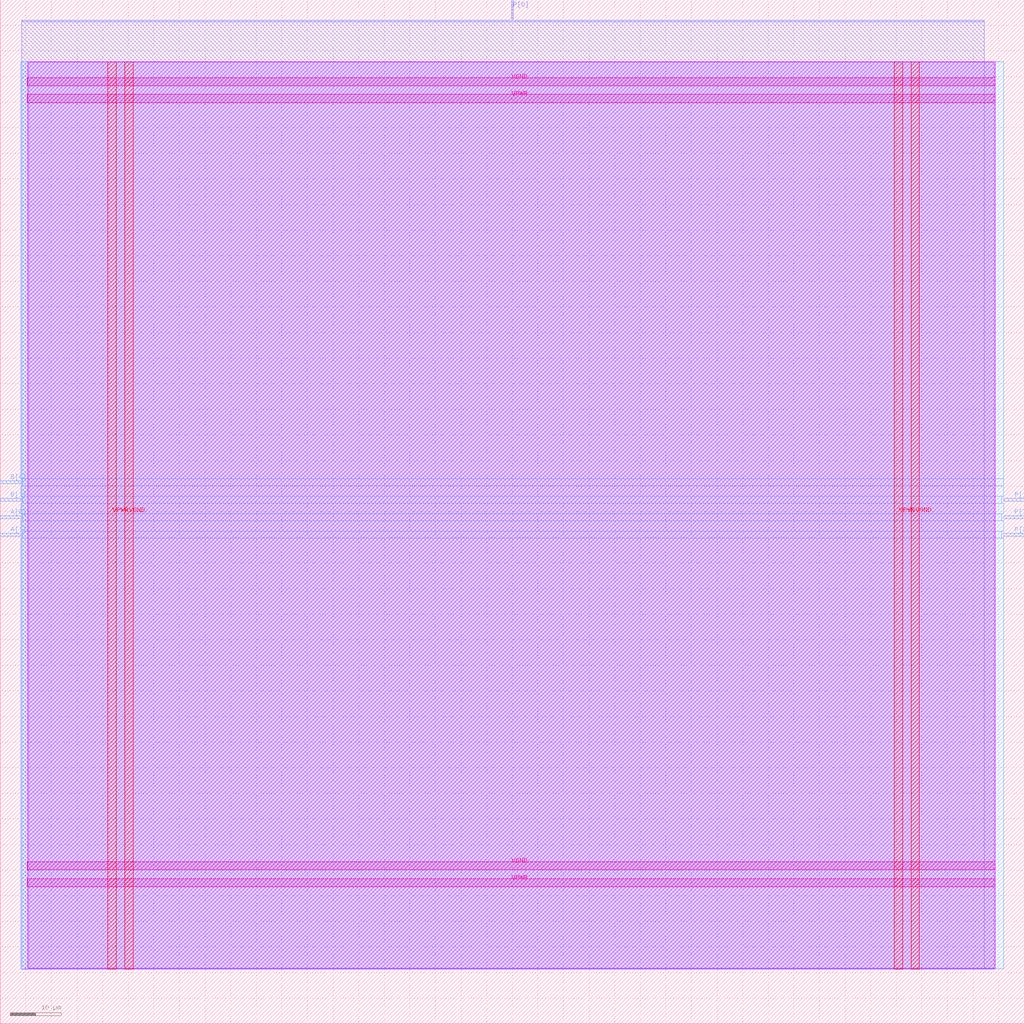
<source format=lef>
VERSION 5.7 ;
  NOWIREEXTENSIONATPIN ON ;
  DIVIDERCHAR "/" ;
  BUSBITCHARS "[]" ;
MACRO e7_SARSA_nSteps_INDEPENDIENTES
  CLASS BLOCK ;
  FOREIGN e7_SARSA_nSteps_INDEPENDIENTES ;
  ORIGIN 0.000 0.000 ;
  SIZE 200.000 BY 200.000 ;
  PIN A[0]
    DIRECTION INPUT ;
    USE SIGNAL ;
    ANTENNAGATEAREA 0.126000 ;
    PORT
      LAYER met3 ;
        RECT 0.000 98.640 4.000 99.240 ;
    END
  END A[0]
  PIN A[1]
    DIRECTION INPUT ;
    USE SIGNAL ;
    ANTENNAGATEAREA 0.213000 ;
    PORT
      LAYER met3 ;
        RECT 0.000 95.240 4.000 95.840 ;
    END
  END A[1]
  PIN B[0]
    DIRECTION INPUT ;
    USE SIGNAL ;
    ANTENNAGATEAREA 0.126000 ;
    PORT
      LAYER met3 ;
        RECT 0.000 105.440 4.000 106.040 ;
    END
  END B[0]
  PIN B[1]
    DIRECTION INPUT ;
    USE SIGNAL ;
    ANTENNAGATEAREA 0.213000 ;
    PORT
      LAYER met3 ;
        RECT 0.000 102.040 4.000 102.640 ;
    END
  END B[1]
  PIN P[0]
    DIRECTION OUTPUT ;
    USE SIGNAL ;
    ANTENNADIFFAREA 0.445500 ;
    PORT
      LAYER met2 ;
        RECT 99.910 196.000 100.190 200.000 ;
    END
  END P[0]
  PIN P[1]
    DIRECTION OUTPUT ;
    USE SIGNAL ;
    ANTENNADIFFAREA 0.445500 ;
    PORT
      LAYER met3 ;
        RECT 196.000 102.040 200.000 102.640 ;
    END
  END P[1]
  PIN P[2]
    DIRECTION OUTPUT ;
    USE SIGNAL ;
    ANTENNADIFFAREA 0.445500 ;
    PORT
      LAYER met3 ;
        RECT 196.000 95.240 200.000 95.840 ;
    END
  END P[2]
  PIN P[3]
    DIRECTION OUTPUT ;
    USE SIGNAL ;
    ANTENNADIFFAREA 0.445500 ;
    PORT
      LAYER met3 ;
        RECT 196.000 98.640 200.000 99.240 ;
    END
  END P[3]
  PIN VGND
    DIRECTION INOUT ;
    USE GROUND ;
    PORT
      LAYER met4 ;
        RECT 24.340 10.640 25.940 187.920 ;
    END
    PORT
      LAYER met4 ;
        RECT 177.940 10.640 179.540 187.920 ;
    END
    PORT
      LAYER met5 ;
        RECT 5.280 30.030 194.360 31.630 ;
    END
    PORT
      LAYER met5 ;
        RECT 5.280 183.210 194.360 184.810 ;
    END
  END VGND
  PIN VPWR
    DIRECTION INOUT ;
    USE POWER ;
    PORT
      LAYER met4 ;
        RECT 21.040 10.640 22.640 187.920 ;
    END
    PORT
      LAYER met4 ;
        RECT 174.640 10.640 176.240 187.920 ;
    END
    PORT
      LAYER met5 ;
        RECT 5.280 26.730 194.360 28.330 ;
    END
    PORT
      LAYER met5 ;
        RECT 5.280 179.910 194.360 181.510 ;
    END
  END VPWR
  OBS
      LAYER nwell ;
        RECT 5.330 10.795 194.310 187.870 ;
      LAYER li1 ;
        RECT 5.520 10.795 194.120 187.765 ;
      LAYER met1 ;
        RECT 4.210 10.640 194.120 187.920 ;
      LAYER met2 ;
        RECT 4.230 195.720 99.630 196.000 ;
        RECT 100.470 195.720 192.190 196.000 ;
        RECT 4.230 10.695 192.190 195.720 ;
      LAYER met3 ;
        RECT 3.990 106.440 196.000 187.845 ;
        RECT 4.400 105.040 196.000 106.440 ;
        RECT 3.990 103.040 196.000 105.040 ;
        RECT 4.400 101.640 195.600 103.040 ;
        RECT 3.990 99.640 196.000 101.640 ;
        RECT 4.400 98.240 195.600 99.640 ;
        RECT 3.990 96.240 196.000 98.240 ;
        RECT 4.400 94.840 195.600 96.240 ;
        RECT 3.990 10.715 196.000 94.840 ;
  END
END e7_SARSA_nSteps_INDEPENDIENTES
END LIBRARY


</source>
